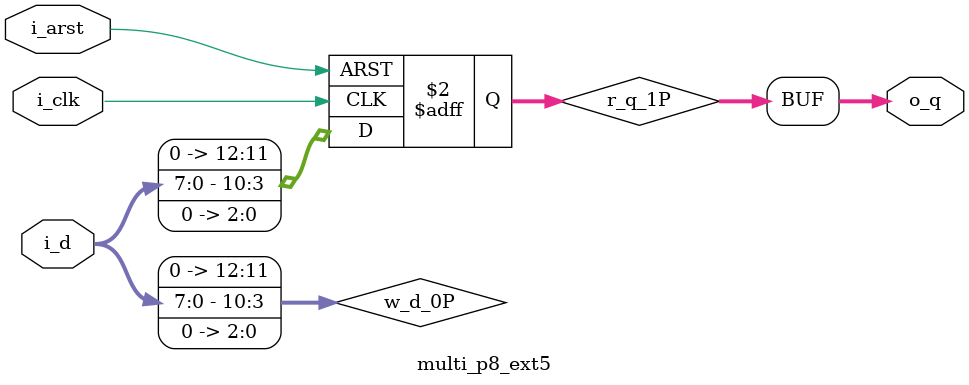
<source format=v>

module multi_p8_ext5
#(
	parameter	D_WIDTH	= 8
)
(
	input	i_arst,
	input	i_clk,
	
	input	[D_WIDTH-1:0]i_d,
	output	[D_WIDTH+5-1:0]o_q
);

reg		[D_WIDTH+5-1:0]r_q_1P;

wire	[D_WIDTH+5-1:0]w_d_0P;

assign	w_d_0P	= {2'b0, i_d, 3'b000};

always@(posedge i_arst or posedge i_clk)
begin
	if (i_arst)
		r_q_1P	<= {D_WIDTH+5{1'b0}};
	else
		r_q_1P	<= w_d_0P;
end

assign	o_q	= r_q_1P;

endmodule

</source>
